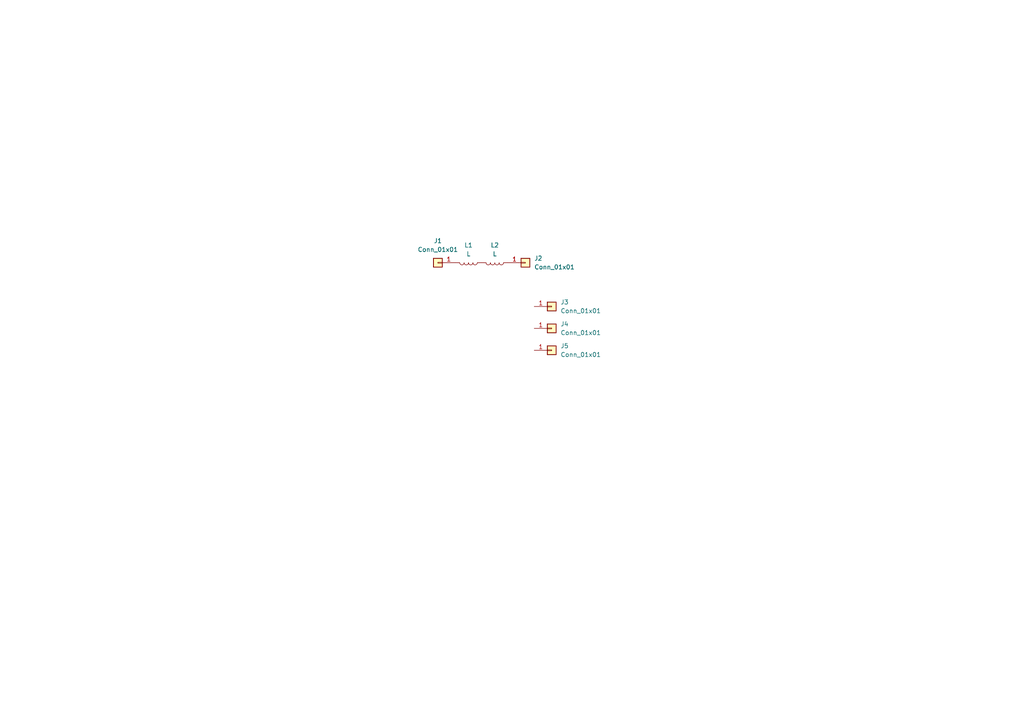
<source format=kicad_sch>
(kicad_sch (version 20211123) (generator eeschema)
  (paper "A4")
  (lib_symbols
    (symbol "Connector_Generic:Conn_01x01" (pin_names (offset 1.016) hide)
      (property "Reference" "J" (at 0 2.54 0))
      (property "Value" "Conn_01x01" (at 0 -2.54 0))
      (symbol "Conn_01x01_1_1"
        (rectangle (start -1.27 0.127) (end 0 -0.127) (stroke (width 0.1524)))
        (rectangle (start -1.27 1.27) (end 1.27 -1.27) (stroke (width 0.254)) (fill (type background)))
        (pin passive line (at -5.08 0 0) (length 3.81) (name "Pin_1") (number "1"))
      )
    )
    (symbol "Device:L" (pin_numbers hide) (pin_names (offset 1.016) hide)
      (property "Reference" "L" (at -1.27 0 90))
      (property "Value" "L" (at 1.905 0 90))
      (symbol "L_0_1"
        (arc (start 0 -2.54) (mid 0.635 -1.905) (end 0 -1.27))
        (arc (start 0 -1.27) (mid 0.635 -0.635) (end 0 0))
        (arc (start 0 0) (mid 0.635 0.635) (end 0 1.27))
        (arc (start 0 1.27) (mid 0.635 1.905) (end 0 2.54))
      )
      (symbol "L_1_1"
        (pin passive line (at 0 3.81 270) (length 1.27) (name "1") (number "1"))
        (pin passive line (at 0 -3.81 90) (length 1.27) (name "2") (number "2"))
      )
    )
  )
  (symbol (lib_id "Device:L") (at 135.89 76.2 270) (unit 1)
    (property "Reference" "L1" (at 135.89 71.12 90))
    (property "Value" "L" (at 135.89 73.66 90))
    (property "Footprint" "Inductor_THT:L_Axial_L12.8mm_D5.8mm_P5.08mm_Vertical_Fastron_HBCC" (effects hide))
  )
  (symbol (lib_id "Connector_Generic:Conn_01x01") (at 160.02 88.9 0) (unit 1)
    (property "Reference" "J3" (at 162.56 87.6299 0) (effects (justify left)))
    (property "Value" "Conn_01x01" (at 162.56 90.1699 0) (effects (justify left)))
    (property "Footprint" "TestPoint:TestPoint_Plated_Hole_D2.0mm" (effects hide))
  )
  (symbol (lib_id "Connector_Generic:Conn_01x01") (at 127 76.2 180) (unit 1)
    (property "Reference" "J1" (at 127 69.85 0))
    (property "Value" "Conn_01x01" (at 127 72.39 0))
    (property "Footprint" "TestPoint:TestPoint_Plated_Hole_D2.0mm" (effects hide))
  )
  (symbol (lib_id "Connector_Generic:Conn_01x01") (at 160.02 95.25 0) (unit 1)
    (property "Reference" "J4" (at 162.56 93.9799 0) (effects (justify left)))
    (property "Value" "Conn_01x01" (at 162.56 96.5199 0) (effects (justify left)))
    (property "Footprint" "TestPoint:TestPoint_Plated_Hole_D2.0mm" (effects hide))
  )
  (symbol (lib_id "Device:L") (at 143.51 76.2 270) (unit 1)
    (property "Reference" "L2" (at 143.51 71.12 90))
    (property "Value" "L" (at 143.51 73.66 90))
    (property "Footprint" "Inductor_THT:L_Axial_L12.8mm_D5.8mm_P5.08mm_Vertical_Fastron_HBCC" (effects hide))
  )
  (symbol (lib_id "Connector_Generic:Conn_01x01") (at 152.4 76.2 0) (unit 1)
    (property "Reference" "J2" (at 154.94 74.9299 0) (effects (justify left)))
    (property "Value" "Conn_01x01" (at 154.94 77.4699 0) (effects (justify left)))
    (property "Footprint" "TestPoint:TestPoint_Plated_Hole_D2.0mm" (effects hide))
  )
  (symbol (lib_id "Connector_Generic:Conn_01x01") (at 160.02 101.6 0) (unit 1)
    (property "Reference" "J5" (at 162.56 100.3299 0) (effects (justify left)))
    (property "Value" "Conn_01x01" (at 162.56 102.8699 0) (effects (justify left)))
    (property "Footprint" "TestPoint:TestPoint_Plated_Hole_D2.0mm" (effects hide))
  )
)
</source>
